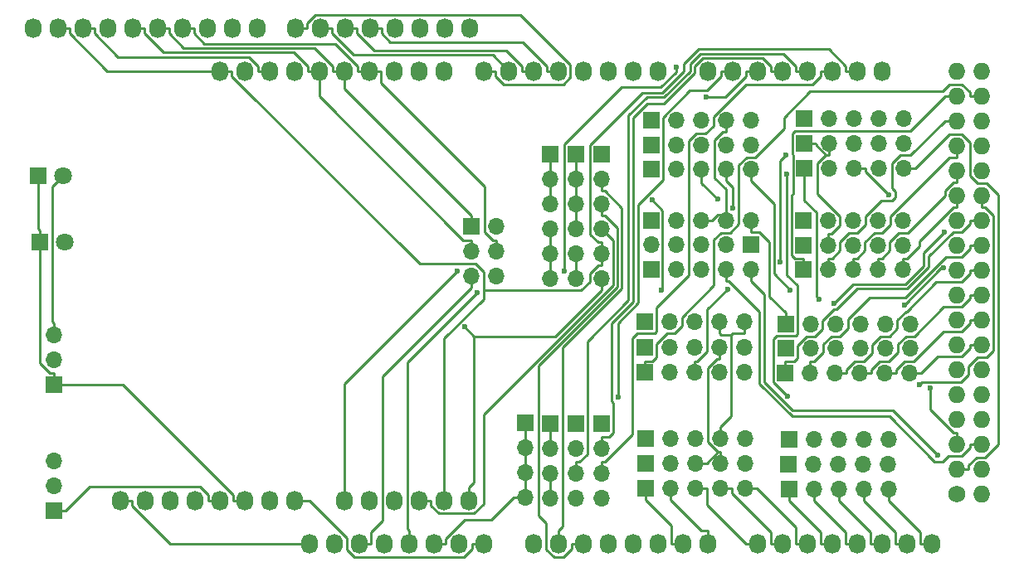
<source format=gbr>
G04 #@! TF.FileFunction,Copper,L2,Bot,Signal*
%FSLAX46Y46*%
G04 Gerber Fmt 4.6, Leading zero omitted, Abs format (unit mm)*
G04 Created by KiCad (PCBNEW 4.0.6) date 07/22/17 16:53:04*
%MOMM*%
%LPD*%
G01*
G04 APERTURE LIST*
%ADD10C,0.100000*%
%ADD11C,1.727200*%
%ADD12O,1.727200X1.727200*%
%ADD13O,1.727200X2.032000*%
%ADD14R,1.700000X1.700000*%
%ADD15O,1.700000X1.700000*%
%ADD16R,1.800000X1.800000*%
%ADD17C,1.800000*%
%ADD18C,0.600000*%
%ADD19C,0.250000*%
G04 APERTURE END LIST*
D10*
D11*
X197358000Y-114046000D03*
D12*
X199898000Y-114046000D03*
X197358000Y-111506000D03*
X199898000Y-111506000D03*
X197358000Y-108966000D03*
X199898000Y-108966000D03*
X197358000Y-106426000D03*
X199898000Y-106426000D03*
X197358000Y-103886000D03*
X199898000Y-103886000D03*
X197358000Y-101346000D03*
X199898000Y-101346000D03*
X197358000Y-98806000D03*
X199898000Y-98806000D03*
X197358000Y-96266000D03*
X199898000Y-96266000D03*
X197358000Y-93726000D03*
X199898000Y-93726000D03*
X197358000Y-91186000D03*
X199898000Y-91186000D03*
X197358000Y-88646000D03*
X199898000Y-88646000D03*
X197358000Y-86106000D03*
X199898000Y-86106000D03*
X197358000Y-83566000D03*
X199898000Y-83566000D03*
X197358000Y-81026000D03*
X199898000Y-81026000D03*
X197358000Y-78486000D03*
X199898000Y-78486000D03*
X197358000Y-75946000D03*
X199898000Y-75946000D03*
X197358000Y-73406000D03*
X199898000Y-73406000D03*
X197358000Y-70866000D03*
X199898000Y-70866000D03*
D13*
X131318000Y-119126000D03*
X133858000Y-119126000D03*
X136398000Y-119126000D03*
X138938000Y-119126000D03*
X141478000Y-119126000D03*
X144018000Y-119126000D03*
X146558000Y-119126000D03*
X149098000Y-119126000D03*
X154178000Y-119126000D03*
X156718000Y-119126000D03*
X159258000Y-119126000D03*
X161798000Y-119126000D03*
X164338000Y-119126000D03*
X166878000Y-119126000D03*
X169418000Y-119126000D03*
X171958000Y-119126000D03*
X177038000Y-119126000D03*
X179578000Y-119126000D03*
X182118000Y-119126000D03*
X184658000Y-119126000D03*
X187198000Y-119126000D03*
X189738000Y-119126000D03*
X192278000Y-119126000D03*
X194818000Y-119126000D03*
X122174000Y-70866000D03*
X124714000Y-70866000D03*
X127254000Y-70866000D03*
X129794000Y-70866000D03*
X132334000Y-70866000D03*
X134874000Y-70866000D03*
X137414000Y-70866000D03*
X139954000Y-70866000D03*
X142494000Y-70866000D03*
X145034000Y-70866000D03*
X149098000Y-70866000D03*
X151638000Y-70866000D03*
X154178000Y-70866000D03*
X156718000Y-70866000D03*
X159258000Y-70866000D03*
X161798000Y-70866000D03*
X164338000Y-70866000D03*
X166878000Y-70866000D03*
X171958000Y-70866000D03*
X174498000Y-70866000D03*
X177038000Y-70866000D03*
X179578000Y-70866000D03*
X182118000Y-70866000D03*
X184658000Y-70866000D03*
X187198000Y-70866000D03*
X189738000Y-70866000D03*
X112020000Y-114700000D03*
X114560000Y-114700000D03*
X117100000Y-114700000D03*
X119640000Y-114700000D03*
X122180000Y-114700000D03*
X124720000Y-114700000D03*
X127260000Y-114700000D03*
X129800000Y-114700000D03*
X134900000Y-114700000D03*
X137440000Y-114700000D03*
X139980000Y-114700000D03*
X142520000Y-114700000D03*
X145060000Y-114700000D03*
X147600000Y-114700000D03*
X103080000Y-66500000D03*
X105620000Y-66500000D03*
X108160000Y-66500000D03*
X110700000Y-66500000D03*
X113240000Y-66500000D03*
X115780000Y-66500000D03*
X118320000Y-66500000D03*
X120860000Y-66500000D03*
X123400000Y-66500000D03*
X125940000Y-66500000D03*
X129860000Y-66500000D03*
X132400000Y-66500000D03*
X134940000Y-66500000D03*
X137480000Y-66500000D03*
X140020000Y-66500000D03*
X142560000Y-66500000D03*
X145100000Y-66500000D03*
X147640000Y-66500000D03*
D14*
X165610000Y-113450000D03*
D15*
X168150000Y-113450000D03*
X170690000Y-113450000D03*
X173230000Y-113450000D03*
X175770000Y-113450000D03*
D14*
X180210000Y-113550000D03*
D15*
X182750000Y-113550000D03*
X185290000Y-113550000D03*
X187830000Y-113550000D03*
X190370000Y-113550000D03*
D14*
X165480000Y-101650000D03*
D15*
X168020000Y-101650000D03*
X170560000Y-101650000D03*
X173100000Y-101650000D03*
X175640000Y-101650000D03*
D14*
X179860000Y-101700000D03*
D15*
X182400000Y-101700000D03*
X184940000Y-101700000D03*
X187480000Y-101700000D03*
X190020000Y-101700000D03*
X192560000Y-101700000D03*
D14*
X166150000Y-91100000D03*
D15*
X168690000Y-91100000D03*
X171230000Y-91100000D03*
X173770000Y-91100000D03*
X176310000Y-91100000D03*
D14*
X181720000Y-91150000D03*
D15*
X184260000Y-91150000D03*
X186800000Y-91150000D03*
X189340000Y-91150000D03*
X191880000Y-91150000D03*
D14*
X166200000Y-80900000D03*
D15*
X168740000Y-80900000D03*
X171280000Y-80900000D03*
X173820000Y-80900000D03*
X176360000Y-80900000D03*
D14*
X181810000Y-80750000D03*
D15*
X184350000Y-80750000D03*
X186890000Y-80750000D03*
X189430000Y-80750000D03*
X191970000Y-80750000D03*
D14*
X165590000Y-110950000D03*
D15*
X168130000Y-110950000D03*
X170670000Y-110950000D03*
X173210000Y-110950000D03*
X175750000Y-110950000D03*
D14*
X180190000Y-111050000D03*
D15*
X182730000Y-111050000D03*
X185270000Y-111050000D03*
X187810000Y-111050000D03*
X190350000Y-111050000D03*
D14*
X165520000Y-99050000D03*
D15*
X168060000Y-99050000D03*
X170600000Y-99050000D03*
X173140000Y-99050000D03*
X175680000Y-99050000D03*
D14*
X179880000Y-99200000D03*
D15*
X182420000Y-99200000D03*
X184960000Y-99200000D03*
X187500000Y-99200000D03*
X190040000Y-99200000D03*
X192580000Y-99200000D03*
D14*
X176310000Y-88600000D03*
D15*
X173770000Y-88600000D03*
X171230000Y-88600000D03*
X168690000Y-88600000D03*
X166150000Y-88600000D03*
D14*
X181700000Y-88650000D03*
D15*
X184240000Y-88650000D03*
X186780000Y-88650000D03*
X189320000Y-88650000D03*
X191860000Y-88650000D03*
D14*
X181750000Y-78250000D03*
D15*
X184290000Y-78250000D03*
X186830000Y-78250000D03*
X189370000Y-78250000D03*
X191910000Y-78250000D03*
D14*
X166200000Y-78400000D03*
D15*
X168740000Y-78400000D03*
X171280000Y-78400000D03*
X173820000Y-78400000D03*
X176360000Y-78400000D03*
D14*
X165610000Y-108350000D03*
D15*
X168150000Y-108350000D03*
X170690000Y-108350000D03*
X173230000Y-108350000D03*
X175770000Y-108350000D03*
D14*
X180250000Y-108450000D03*
D15*
X182790000Y-108450000D03*
X185330000Y-108450000D03*
X187870000Y-108450000D03*
X190410000Y-108450000D03*
D14*
X165520000Y-96450000D03*
D15*
X168060000Y-96450000D03*
X170600000Y-96450000D03*
X173140000Y-96450000D03*
X175680000Y-96450000D03*
D14*
X179880000Y-96700000D03*
D15*
X182420000Y-96700000D03*
X184960000Y-96700000D03*
X187500000Y-96700000D03*
X190040000Y-96700000D03*
X192580000Y-96700000D03*
D14*
X166150000Y-86100000D03*
D15*
X168690000Y-86100000D03*
X171230000Y-86100000D03*
X173770000Y-86100000D03*
X176310000Y-86100000D03*
D14*
X181700000Y-86150000D03*
D15*
X184240000Y-86150000D03*
X186780000Y-86150000D03*
X189320000Y-86150000D03*
X191860000Y-86150000D03*
D14*
X181750000Y-75750000D03*
D15*
X184290000Y-75750000D03*
X186830000Y-75750000D03*
X189370000Y-75750000D03*
X191910000Y-75750000D03*
D14*
X166200000Y-75900000D03*
D15*
X168740000Y-75900000D03*
X171280000Y-75900000D03*
X173820000Y-75900000D03*
X176360000Y-75900000D03*
D14*
X105200000Y-115790000D03*
D15*
X105200000Y-113250000D03*
X105200000Y-110710000D03*
D14*
X105200000Y-102900000D03*
D15*
X105200000Y-100360000D03*
X105200000Y-97820000D03*
D14*
X147810000Y-86750000D03*
D15*
X150350000Y-86750000D03*
X147810000Y-89290000D03*
X150350000Y-89290000D03*
X147810000Y-91830000D03*
X150350000Y-91830000D03*
D14*
X153284000Y-106804000D03*
D15*
X153284000Y-109344000D03*
X153284000Y-111884000D03*
X153284000Y-114424000D03*
D14*
X155884000Y-106844000D03*
D15*
X155884000Y-109384000D03*
X155884000Y-111924000D03*
X155884000Y-114464000D03*
D14*
X158484000Y-106864000D03*
D15*
X158484000Y-109404000D03*
X158484000Y-111944000D03*
X158484000Y-114484000D03*
D14*
X161084000Y-106844000D03*
D15*
X161084000Y-109384000D03*
X161084000Y-111924000D03*
X161084000Y-114464000D03*
D14*
X161100000Y-79380000D03*
D15*
X161100000Y-81920000D03*
X161100000Y-84460000D03*
X161100000Y-87000000D03*
X161100000Y-89540000D03*
X161100000Y-92080000D03*
D14*
X158500000Y-79380000D03*
D15*
X158500000Y-81920000D03*
X158500000Y-84460000D03*
X158500000Y-87000000D03*
X158500000Y-89540000D03*
X158500000Y-92080000D03*
D14*
X155900000Y-79350000D03*
D15*
X155900000Y-81890000D03*
X155900000Y-84430000D03*
X155900000Y-86970000D03*
X155900000Y-89510000D03*
X155900000Y-92050000D03*
D16*
X103600000Y-81550000D03*
D17*
X106140000Y-81550000D03*
D16*
X103760000Y-88350000D03*
D17*
X106300000Y-88350000D03*
D18*
X172952900Y-83962300D03*
X195419900Y-110115200D03*
X148419500Y-93504400D03*
X146401300Y-91295300D03*
X147121400Y-96992800D03*
X167224900Y-93234200D03*
X166235700Y-84019300D03*
X179937800Y-79425400D03*
X179346400Y-90325900D03*
X173945500Y-93109200D03*
X184792200Y-94559800D03*
X196050400Y-87295000D03*
X193519100Y-102891200D03*
X174453600Y-84871200D03*
X180357800Y-93209000D03*
X183263200Y-94124100D03*
X180007800Y-81368900D03*
X180055400Y-104104900D03*
X190430200Y-83457200D03*
X195970000Y-90978700D03*
X192029000Y-94731200D03*
X194616900Y-103248600D03*
X157324600Y-91305400D03*
X168710000Y-70425500D03*
X162772400Y-104196900D03*
X171753100Y-73486000D03*
D19*
X105200000Y-102900000D02*
X105200000Y-101724700D01*
X155900000Y-89510000D02*
X155900000Y-86970000D01*
X155900000Y-84430000D02*
X155900000Y-81890000D01*
X155900000Y-81890000D02*
X155900000Y-79350000D01*
X153284000Y-114424000D02*
X153284000Y-111884000D01*
X104832700Y-101724700D02*
X105200000Y-101724700D01*
X103760000Y-100652000D02*
X104832700Y-101724700D01*
X103760000Y-88350000D02*
X103760000Y-100652000D01*
X103600000Y-86964700D02*
X103600000Y-81550000D01*
X103760000Y-87124700D02*
X103600000Y-86964700D01*
X103760000Y-88350000D02*
X103760000Y-87124700D01*
X112251200Y-102900000D02*
X105200000Y-102900000D01*
X123531100Y-114179900D02*
X112251200Y-102900000D01*
X123531100Y-114700000D02*
X123531100Y-114179900D01*
X124720000Y-114700000D02*
X123531100Y-114700000D01*
X173230000Y-108350000D02*
X173230000Y-107174700D01*
X173140000Y-96450000D02*
X173140000Y-97625300D01*
X173452600Y-77075300D02*
X173820000Y-77075300D01*
X172644700Y-77883200D02*
X173452600Y-77075300D01*
X172644700Y-81762500D02*
X172644700Y-77883200D01*
X173770000Y-82887800D02*
X172644700Y-81762500D01*
X173770000Y-84924700D02*
X173770000Y-82887800D01*
X173820000Y-75900000D02*
X173820000Y-77075300D01*
X173770000Y-86100000D02*
X173770000Y-85512300D01*
X173770000Y-85512300D02*
X173770000Y-84924700D01*
X172993000Y-85512300D02*
X172405300Y-86100000D01*
X173770000Y-85512300D02*
X172993000Y-85512300D01*
X171230000Y-86100000D02*
X172405300Y-86100000D01*
X153284000Y-109344000D02*
X153284000Y-106804000D01*
X177191500Y-87275300D02*
X176310000Y-87275300D01*
X178234500Y-88318300D02*
X177191500Y-87275300D01*
X178234500Y-93879200D02*
X178234500Y-88318300D01*
X179880000Y-95524700D02*
X178234500Y-93879200D01*
X179880000Y-96700000D02*
X179880000Y-95524700D01*
X176310000Y-86100000D02*
X176310000Y-87275300D01*
X173329400Y-97814700D02*
X173140000Y-97625300D01*
X174315300Y-97814700D02*
X173329400Y-97814700D01*
X174504700Y-97625300D02*
X174315300Y-97814700D01*
X175680000Y-97625300D02*
X174504700Y-97625300D01*
X174315300Y-106089400D02*
X173230000Y-107174700D01*
X174315300Y-97814700D02*
X174315300Y-106089400D01*
X175680000Y-96450000D02*
X175680000Y-97625300D01*
X153284000Y-111884000D02*
X153284000Y-109344000D01*
X155900000Y-92050000D02*
X155900000Y-89510000D01*
X149837300Y-116695400D02*
X152108700Y-114424000D01*
X147117400Y-116695400D02*
X149837300Y-116695400D01*
X145206900Y-118605900D02*
X147117400Y-116695400D01*
X145206900Y-119126000D02*
X145206900Y-118605900D01*
X144018000Y-119126000D02*
X145206900Y-119126000D01*
X153284000Y-114424000D02*
X152108700Y-114424000D01*
X171280000Y-82289400D02*
X172952900Y-83962300D01*
X171280000Y-80900000D02*
X171280000Y-82289400D01*
X191880000Y-91150000D02*
X191880000Y-89974700D01*
X197358000Y-83566000D02*
X197358000Y-84754900D01*
X197008000Y-84754900D02*
X197358000Y-84754900D01*
X193497500Y-88265400D02*
X197008000Y-84754900D01*
X193497500Y-88724600D02*
X193497500Y-88265400D01*
X192247400Y-89974700D02*
X193497500Y-88724600D01*
X191880000Y-89974700D02*
X192247400Y-89974700D01*
X187167400Y-89974700D02*
X186800000Y-89974700D01*
X187975300Y-89166800D02*
X187167400Y-89974700D01*
X187975300Y-88331500D02*
X187975300Y-89166800D01*
X188930600Y-87376200D02*
X187975300Y-88331500D01*
X189758000Y-87376200D02*
X188930600Y-87376200D01*
X190590000Y-86544200D02*
X189758000Y-87376200D01*
X190590000Y-85699800D02*
X190590000Y-86544200D01*
X196614900Y-79674900D02*
X190590000Y-85699800D01*
X197358000Y-79674900D02*
X196614900Y-79674900D01*
X197358000Y-78486000D02*
X197358000Y-79674900D01*
X186800000Y-91150000D02*
X186800000Y-89974700D01*
X196986400Y-82214900D02*
X197358000Y-82214900D01*
X196169100Y-83032200D02*
X196986400Y-82214900D01*
X196169100Y-83585200D02*
X196169100Y-83032200D01*
X192354300Y-87400000D02*
X196169100Y-83585200D01*
X191431300Y-87400000D02*
X192354300Y-87400000D01*
X190515300Y-88316000D02*
X191431300Y-87400000D01*
X190515300Y-89166800D02*
X190515300Y-88316000D01*
X189707400Y-89974700D02*
X190515300Y-89166800D01*
X189340000Y-89974700D02*
X189707400Y-89974700D01*
X189340000Y-91150000D02*
X189340000Y-89974700D01*
X197358000Y-81026000D02*
X197358000Y-82214900D01*
X184260000Y-91150000D02*
X184260000Y-89974700D01*
X197358000Y-75946000D02*
X196169100Y-75946000D01*
X192645100Y-79470000D02*
X196169100Y-75946000D01*
X191550300Y-79470000D02*
X192645100Y-79470000D01*
X190774600Y-80245700D02*
X191550300Y-79470000D01*
X190774600Y-82857900D02*
X190774600Y-80245700D01*
X191114800Y-83198100D02*
X190774600Y-82857900D01*
X191114800Y-83716300D02*
X191114800Y-83198100D01*
X190748600Y-84082500D02*
X191114800Y-83716300D01*
X189665300Y-84082500D02*
X190748600Y-84082500D01*
X188050000Y-85697800D02*
X189665300Y-84082500D01*
X188050000Y-86570900D02*
X188050000Y-85697800D01*
X187220900Y-87400000D02*
X188050000Y-86570900D01*
X186314800Y-87400000D02*
X187220900Y-87400000D01*
X185415400Y-88299400D02*
X186314800Y-87400000D01*
X185415400Y-89174200D02*
X185415400Y-88299400D01*
X184614900Y-89974700D02*
X185415400Y-89174200D01*
X184260000Y-89974700D02*
X184614900Y-89974700D01*
X176310000Y-91100000D02*
X176310000Y-92275300D01*
X177671800Y-93637100D02*
X176310000Y-92275300D01*
X177671800Y-102605600D02*
X177671800Y-93637100D01*
X180612600Y-105546400D02*
X177671800Y-102605600D01*
X190851100Y-105546400D02*
X180612600Y-105546400D01*
X195419900Y-110115200D02*
X190851100Y-105546400D01*
X192575100Y-77000000D02*
X196169100Y-73406000D01*
X180828400Y-77000000D02*
X192575100Y-77000000D01*
X180574600Y-77253800D02*
X180828400Y-77000000D01*
X180574600Y-79351200D02*
X180574600Y-77253800D01*
X180634000Y-79410600D02*
X180574600Y-79351200D01*
X180634000Y-83409300D02*
X180634000Y-79410600D01*
X180524600Y-83518700D02*
X180634000Y-83409300D01*
X180524600Y-89660800D02*
X180524600Y-83518700D01*
X180838500Y-89974700D02*
X180524600Y-89660800D01*
X181720000Y-89974700D02*
X180838500Y-89974700D01*
X181720000Y-91150000D02*
X181720000Y-89974700D01*
X197358000Y-73406000D02*
X196169100Y-73406000D01*
X198709100Y-109337600D02*
X198709100Y-108966000D01*
X197891800Y-110154900D02*
X198709100Y-109337600D01*
X196518800Y-110154900D02*
X197891800Y-110154900D01*
X195931400Y-110742300D02*
X196518800Y-110154900D01*
X195081300Y-110742300D02*
X195931400Y-110742300D01*
X190463000Y-106124000D02*
X195081300Y-110742300D01*
X180553300Y-106124000D02*
X190463000Y-106124000D01*
X177197800Y-102768500D02*
X180553300Y-106124000D01*
X177197800Y-95409300D02*
X177197800Y-102768500D01*
X174063800Y-92275300D02*
X177197800Y-95409300D01*
X173770000Y-92275300D02*
X174063800Y-92275300D01*
X173770000Y-91100000D02*
X173770000Y-92275300D01*
X199898000Y-108966000D02*
X198709100Y-108966000D01*
X141478000Y-119126000D02*
X141478000Y-117784700D01*
X141307000Y-100616900D02*
X148419500Y-93504400D01*
X141307000Y-117613700D02*
X141307000Y-100616900D01*
X141478000Y-117784700D02*
X141307000Y-117613700D01*
X108853700Y-113311600D02*
X106375300Y-115790000D01*
X120122800Y-113311600D02*
X108853700Y-113311600D01*
X120991100Y-114179900D02*
X120122800Y-113311600D01*
X120991100Y-114700000D02*
X120991100Y-114179900D01*
X122180000Y-114700000D02*
X120991100Y-114700000D01*
X105200000Y-115790000D02*
X106375300Y-115790000D01*
X137586900Y-117937100D02*
X137586900Y-119126000D01*
X138791000Y-116733000D02*
X137586900Y-117937100D01*
X138791000Y-102024300D02*
X138791000Y-116733000D01*
X147810000Y-93005300D02*
X138791000Y-102024300D01*
X147810000Y-91830000D02*
X147810000Y-93005300D01*
X136398000Y-119126000D02*
X137586900Y-119126000D01*
X147909100Y-119646100D02*
X147909100Y-119126000D01*
X147075300Y-120479900D02*
X147909100Y-119646100D01*
X135908600Y-120479900D02*
X147075300Y-120479900D01*
X135128000Y-119699300D02*
X135908600Y-120479900D01*
X135128000Y-118559000D02*
X135128000Y-119699300D01*
X131269000Y-114700000D02*
X135128000Y-118559000D01*
X129800000Y-114700000D02*
X131269000Y-114700000D01*
X149098000Y-119126000D02*
X147909100Y-119126000D01*
X134900000Y-102796600D02*
X134900000Y-114700000D01*
X146401300Y-91295300D02*
X134900000Y-102796600D01*
X161100000Y-81920000D02*
X161100000Y-83095300D01*
X156718000Y-119126000D02*
X156718000Y-117784700D01*
X161467300Y-83095300D02*
X161100000Y-83095300D01*
X163183300Y-84811300D02*
X161467300Y-83095300D01*
X163183300Y-93082700D02*
X163183300Y-84811300D01*
X157149300Y-99116700D02*
X163183300Y-93082700D01*
X157149300Y-117353400D02*
X157149300Y-99116700D01*
X156718000Y-117784700D02*
X157149300Y-117353400D01*
X161100000Y-84460000D02*
X161100000Y-85635300D01*
X159258000Y-119126000D02*
X158069100Y-119126000D01*
X161467300Y-85635300D02*
X161100000Y-85635300D01*
X162733000Y-86901000D02*
X161467300Y-85635300D01*
X162733000Y-92896100D02*
X162733000Y-86901000D01*
X154662600Y-100966500D02*
X162733000Y-92896100D01*
X154662600Y-116246200D02*
X154662600Y-100966500D01*
X155448000Y-117031600D02*
X154662600Y-116246200D01*
X155448000Y-119706600D02*
X155448000Y-117031600D01*
X156245600Y-120504200D02*
X155448000Y-119706600D01*
X157211000Y-120504200D02*
X156245600Y-120504200D01*
X158069100Y-119646100D02*
X157211000Y-120504200D01*
X158069100Y-119126000D02*
X158069100Y-119646100D01*
X143708900Y-115220100D02*
X143708900Y-114700000D01*
X144530200Y-116041400D02*
X143708900Y-115220100D01*
X148107800Y-116041400D02*
X144530200Y-116041400D01*
X149097000Y-115052200D02*
X148107800Y-116041400D01*
X149097000Y-105895200D02*
X149097000Y-115052200D01*
X162282700Y-92709500D02*
X149097000Y-105895200D01*
X162282700Y-88182700D02*
X162282700Y-92709500D01*
X161100000Y-87000000D02*
X162282700Y-88182700D01*
X142520000Y-114700000D02*
X143708900Y-114700000D01*
X168229100Y-117244400D02*
X168229100Y-119126000D01*
X165610000Y-114625300D02*
X168229100Y-117244400D01*
X169418000Y-119126000D02*
X168229100Y-119126000D01*
X165610000Y-113450000D02*
X165610000Y-114625300D01*
X171309400Y-117784700D02*
X171958000Y-117784700D01*
X168150000Y-114625300D02*
X171309400Y-117784700D01*
X168150000Y-113450000D02*
X168150000Y-114625300D01*
X171958000Y-119126000D02*
X171958000Y-117784700D01*
X171865300Y-115142200D02*
X175849100Y-119126000D01*
X171865300Y-113450000D02*
X171865300Y-115142200D01*
X170690000Y-113450000D02*
X171865300Y-113450000D01*
X177038000Y-119126000D02*
X175849100Y-119126000D01*
X178389100Y-117937100D02*
X178389100Y-119126000D01*
X174405300Y-113953300D02*
X178389100Y-117937100D01*
X174405300Y-113450000D02*
X174405300Y-113953300D01*
X173230000Y-113450000D02*
X174405300Y-113450000D01*
X179578000Y-119126000D02*
X178389100Y-119126000D01*
X180929100Y-117433800D02*
X180929100Y-119126000D01*
X176945300Y-113450000D02*
X180929100Y-117433800D01*
X175770000Y-113450000D02*
X176945300Y-113450000D01*
X182118000Y-119126000D02*
X180929100Y-119126000D01*
X183469100Y-117984400D02*
X183469100Y-119126000D01*
X180210000Y-114725300D02*
X183469100Y-117984400D01*
X180210000Y-113550000D02*
X180210000Y-114725300D01*
X184658000Y-119126000D02*
X183469100Y-119126000D01*
X186009100Y-117984400D02*
X186009100Y-119126000D01*
X182750000Y-114725300D02*
X186009100Y-117984400D01*
X182750000Y-113550000D02*
X182750000Y-114725300D01*
X187198000Y-119126000D02*
X186009100Y-119126000D01*
X188549100Y-117984400D02*
X188549100Y-119126000D01*
X185290000Y-114725300D02*
X188549100Y-117984400D01*
X185290000Y-113550000D02*
X185290000Y-114725300D01*
X189738000Y-119126000D02*
X188549100Y-119126000D01*
X191089100Y-117984400D02*
X191089100Y-119126000D01*
X187830000Y-114725300D02*
X191089100Y-117984400D01*
X187830000Y-113550000D02*
X187830000Y-114725300D01*
X192278000Y-119126000D02*
X191089100Y-119126000D01*
X193629100Y-117984400D02*
X193629100Y-119126000D01*
X190370000Y-114725300D02*
X193629100Y-117984400D01*
X190370000Y-113550000D02*
X190370000Y-114725300D01*
X194818000Y-119126000D02*
X193629100Y-119126000D01*
X126065100Y-70345900D02*
X126065100Y-70866000D01*
X125130700Y-69411500D02*
X126065100Y-70345900D01*
X111740300Y-69411500D02*
X125130700Y-69411500D01*
X109348900Y-67020100D02*
X111740300Y-69411500D01*
X109348900Y-66500000D02*
X109348900Y-67020100D01*
X108160000Y-66500000D02*
X109348900Y-66500000D01*
X127254000Y-70866000D02*
X126065100Y-70866000D01*
X150286900Y-71386100D02*
X150286900Y-70866000D01*
X151113600Y-72212800D02*
X150286900Y-71386100D01*
X157205300Y-72212800D02*
X151113600Y-72212800D01*
X157931100Y-71487000D02*
X157205300Y-72212800D01*
X157931100Y-70231700D02*
X157931100Y-71487000D01*
X152819100Y-65119700D02*
X157931100Y-70231700D01*
X131909100Y-65119700D02*
X152819100Y-65119700D01*
X131048900Y-65979900D02*
X131909100Y-65119700D01*
X131048900Y-66500000D02*
X131048900Y-65979900D01*
X129860000Y-66500000D02*
X131048900Y-66500000D01*
X149098000Y-70866000D02*
X150286900Y-70866000D01*
X149995000Y-69223000D02*
X151638000Y-70866000D01*
X135810700Y-69223000D02*
X149995000Y-69223000D01*
X133588900Y-67001200D02*
X135810700Y-69223000D01*
X133588900Y-66500000D02*
X133588900Y-67001200D01*
X132400000Y-66500000D02*
X133588900Y-66500000D01*
X152989100Y-70345900D02*
X152989100Y-70866000D01*
X151415800Y-68772600D02*
X152989100Y-70345900D01*
X137881400Y-68772600D02*
X151415800Y-68772600D01*
X136128900Y-67020100D02*
X137881400Y-68772600D01*
X136128900Y-66500000D02*
X136128900Y-67020100D01*
X134940000Y-66500000D02*
X136128900Y-66500000D01*
X154178000Y-70866000D02*
X152989100Y-70866000D01*
X155529100Y-70383200D02*
X155529100Y-70866000D01*
X153034800Y-67888900D02*
X155529100Y-70383200D01*
X139537700Y-67888900D02*
X153034800Y-67888900D01*
X138668900Y-67020100D02*
X139537700Y-67888900D01*
X138668900Y-66500000D02*
X138668900Y-67020100D01*
X137480000Y-66500000D02*
X138668900Y-66500000D01*
X156718000Y-70866000D02*
X155529100Y-70866000D01*
X117114800Y-119126000D02*
X131318000Y-119126000D01*
X113208900Y-115220100D02*
X117114800Y-119126000D01*
X113208900Y-114700000D02*
X113208900Y-115220100D01*
X112020000Y-114700000D02*
X113208900Y-114700000D01*
X105620000Y-66500000D02*
X106808900Y-66500000D01*
X110654800Y-70866000D02*
X122174000Y-70866000D01*
X106808900Y-67020100D02*
X110654800Y-70866000D01*
X106808900Y-66500000D02*
X106808900Y-67020100D01*
X122174000Y-70866000D02*
X123362900Y-70866000D01*
X187198000Y-70866000D02*
X186009100Y-70866000D01*
X160732600Y-88364700D02*
X161100000Y-88364700D01*
X159924700Y-87556800D02*
X160732600Y-88364700D01*
X159924700Y-78390200D02*
X159924700Y-87556800D01*
X165251500Y-73063400D02*
X159924700Y-78390200D01*
X167304000Y-73063400D02*
X165251500Y-73063400D01*
X169521600Y-70845800D02*
X167304000Y-73063400D01*
X169521600Y-70129100D02*
X169521600Y-70845800D01*
X171031300Y-68619400D02*
X169521600Y-70129100D01*
X184282600Y-68619400D02*
X171031300Y-68619400D01*
X186009100Y-70345900D02*
X184282600Y-68619400D01*
X186009100Y-70866000D02*
X186009100Y-70345900D01*
X161100000Y-89540000D02*
X161100000Y-88364700D01*
X161100000Y-89540000D02*
X161100000Y-90715300D01*
X160732600Y-90715300D02*
X161100000Y-90715300D01*
X159924700Y-91523200D02*
X160732600Y-90715300D01*
X159924700Y-92363100D02*
X159924700Y-91523200D01*
X159013000Y-93274800D02*
X159924700Y-92363100D01*
X149080000Y-93274800D02*
X159013000Y-93274800D01*
X149080000Y-91399100D02*
X149080000Y-93274800D01*
X148240900Y-90560000D02*
X149080000Y-91399100D01*
X142536800Y-90560000D02*
X148240900Y-90560000D01*
X123362900Y-71386100D02*
X142536800Y-90560000D01*
X123362900Y-70866000D02*
X123362900Y-71386100D01*
X145060000Y-98147300D02*
X145060000Y-114700000D01*
X149080000Y-94127300D02*
X145060000Y-98147300D01*
X149080000Y-93274800D02*
X149080000Y-94127300D01*
X161100000Y-92080000D02*
X161100000Y-93255300D01*
X148072800Y-112885900D02*
X147600000Y-113358700D01*
X148072800Y-97944200D02*
X148072800Y-112885900D01*
X156411100Y-97944200D02*
X148072800Y-97944200D01*
X161100000Y-93255300D02*
X156411100Y-97944200D01*
X147600000Y-114700000D02*
X147600000Y-113358700D01*
X148072800Y-97944200D02*
X147121400Y-96992800D01*
X132334000Y-73446700D02*
X132334000Y-70866000D01*
X147002000Y-88114700D02*
X132334000Y-73446700D01*
X147810000Y-88114700D02*
X147002000Y-88114700D01*
X147810000Y-89290000D02*
X147810000Y-88114700D01*
X113240000Y-66500000D02*
X114428900Y-66500000D01*
X132334000Y-70866000D02*
X131145100Y-70866000D01*
X131145100Y-70383200D02*
X131145100Y-70866000D01*
X129723000Y-68961100D02*
X131145100Y-70383200D01*
X116369900Y-68961100D02*
X129723000Y-68961100D01*
X114428900Y-67020100D02*
X116369900Y-68961100D01*
X114428900Y-66500000D02*
X114428900Y-67020100D01*
X115780000Y-66500000D02*
X116968900Y-66500000D01*
X134874000Y-70866000D02*
X133685100Y-70866000D01*
X133685100Y-70345900D02*
X133685100Y-70866000D01*
X131849900Y-68510700D02*
X133685100Y-70345900D01*
X118459500Y-68510700D02*
X131849900Y-68510700D01*
X116968900Y-67020100D02*
X118459500Y-68510700D01*
X116968900Y-66500000D02*
X116968900Y-67020100D01*
X134874000Y-72638700D02*
X134874000Y-70866000D01*
X147810000Y-85574700D02*
X134874000Y-72638700D01*
X147810000Y-86750000D02*
X147810000Y-85574700D01*
X118320000Y-66500000D02*
X119508900Y-66500000D01*
X138602900Y-72054900D02*
X138602900Y-70866000D01*
X149174700Y-82626700D02*
X138602900Y-72054900D01*
X149174700Y-87306800D02*
X149174700Y-82626700D01*
X149982600Y-88114700D02*
X149174700Y-87306800D01*
X150350000Y-88114700D02*
X149982600Y-88114700D01*
X150350000Y-89290000D02*
X150350000Y-88114700D01*
X137414000Y-70866000D02*
X138602900Y-70866000D01*
X137414000Y-70866000D02*
X136225100Y-70866000D01*
X136225100Y-70345900D02*
X136225100Y-70866000D01*
X133939600Y-68060400D02*
X136225100Y-70345900D01*
X120549200Y-68060400D02*
X133939600Y-68060400D01*
X119508900Y-67020100D02*
X120549200Y-68060400D01*
X119508900Y-66500000D02*
X119508900Y-67020100D01*
X198709100Y-73034400D02*
X198709100Y-73406000D01*
X197891800Y-72217100D02*
X198709100Y-73034400D01*
X196619500Y-72217100D02*
X197891800Y-72217100D01*
X195881000Y-72955600D02*
X196619500Y-72217100D01*
X182369100Y-72955600D02*
X195881000Y-72955600D01*
X179726900Y-75597800D02*
X182369100Y-72955600D01*
X179726900Y-76739500D02*
X179726900Y-75597800D01*
X176816400Y-79650000D02*
X179726900Y-76739500D01*
X175921600Y-79650000D02*
X176816400Y-79650000D01*
X175090000Y-80481600D02*
X175921600Y-79650000D01*
X175090000Y-86470100D02*
X175090000Y-80481600D01*
X174210100Y-87350000D02*
X175090000Y-86470100D01*
X173331500Y-87350000D02*
X174210100Y-87350000D01*
X172574600Y-88106900D02*
X173331500Y-87350000D01*
X172574600Y-92743100D02*
X172574600Y-88106900D01*
X169330000Y-95987700D02*
X172574600Y-92743100D01*
X169330000Y-96896000D02*
X169330000Y-95987700D01*
X168570600Y-97655400D02*
X169330000Y-96896000D01*
X167791600Y-97655400D02*
X168570600Y-97655400D01*
X166695400Y-98751600D02*
X167791600Y-97655400D01*
X166695400Y-100067300D02*
X166695400Y-98751600D01*
X166288000Y-100474700D02*
X166695400Y-100067300D01*
X165480000Y-100474700D02*
X166288000Y-100474700D01*
X165480000Y-101650000D02*
X165480000Y-100474700D01*
X199898000Y-73406000D02*
X198709100Y-73406000D01*
X167325400Y-85109000D02*
X166235700Y-84019300D01*
X167325400Y-93133700D02*
X167325400Y-85109000D01*
X167224900Y-93234200D02*
X167325400Y-93133700D01*
X170853800Y-100474700D02*
X170560000Y-100474700D01*
X171870000Y-99458500D02*
X170853800Y-100474700D01*
X171870000Y-95184700D02*
X171870000Y-99458500D01*
X173945500Y-93109200D02*
X171870000Y-95184700D01*
X170560000Y-101650000D02*
X170560000Y-100474700D01*
X179346400Y-80016800D02*
X179937800Y-79425400D01*
X179346400Y-90325900D02*
X179346400Y-80016800D01*
X193947900Y-89397500D02*
X196050400Y-87295000D01*
X193947900Y-90761000D02*
X193947900Y-89397500D01*
X192084200Y-92624700D02*
X193947900Y-90761000D01*
X186727300Y-92624700D02*
X192084200Y-92624700D01*
X184792200Y-94559800D02*
X186727300Y-92624700D01*
X199898000Y-83566000D02*
X199898000Y-84754900D01*
X193794300Y-102616000D02*
X193519100Y-102891200D01*
X197789000Y-102616000D02*
X193794300Y-102616000D01*
X198547000Y-101858000D02*
X197789000Y-102616000D01*
X198547000Y-101014600D02*
X198547000Y-101858000D01*
X199485600Y-100076000D02*
X198547000Y-101014600D01*
X200386400Y-100076000D02*
X199485600Y-100076000D01*
X201086900Y-99375500D02*
X200386400Y-100076000D01*
X201086900Y-85572200D02*
X201086900Y-99375500D01*
X200269600Y-84754900D02*
X201086900Y-85572200D01*
X199898000Y-84754900D02*
X200269600Y-84754900D01*
X199898000Y-86106000D02*
X198709100Y-86106000D01*
X179860000Y-101700000D02*
X179860000Y-100524700D01*
X180741500Y-100524700D02*
X179860000Y-100524700D01*
X181055400Y-100210800D02*
X180741500Y-100524700D01*
X181055400Y-98892200D02*
X181055400Y-100210800D01*
X181997600Y-97950000D02*
X181055400Y-98892200D01*
X182858500Y-97950000D02*
X181997600Y-97950000D01*
X183615400Y-97193100D02*
X182858500Y-97950000D01*
X183615400Y-96375000D02*
X183615400Y-97193100D01*
X184805300Y-95185100D02*
X183615400Y-96375000D01*
X185068800Y-95185100D02*
X184805300Y-95185100D01*
X187178800Y-93075100D02*
X185068800Y-95185100D01*
X192270800Y-93075100D02*
X187178800Y-93075100D01*
X194512200Y-90833700D02*
X192270800Y-93075100D01*
X194512200Y-89768000D02*
X194512200Y-90833700D01*
X196985300Y-87294900D02*
X194512200Y-89768000D01*
X197891800Y-87294900D02*
X196985300Y-87294900D01*
X198709100Y-86477600D02*
X197891800Y-87294900D01*
X198709100Y-86106000D02*
X198709100Y-86477600D01*
X198709100Y-89017600D02*
X198709100Y-88646000D01*
X197891800Y-89834900D02*
X198709100Y-89017600D01*
X196229300Y-89834900D02*
X197891800Y-89834900D01*
X192089300Y-93974900D02*
X196229300Y-89834900D01*
X188478100Y-93974900D02*
X192089300Y-93974900D01*
X186230000Y-96223000D02*
X188478100Y-93974900D01*
X186230000Y-97120900D02*
X186230000Y-96223000D01*
X185400900Y-97950000D02*
X186230000Y-97120900D01*
X184537400Y-97950000D02*
X185400900Y-97950000D01*
X183721600Y-98765800D02*
X184537400Y-97950000D01*
X183721600Y-99570400D02*
X183721600Y-98765800D01*
X182767300Y-100524700D02*
X183721600Y-99570400D01*
X182400000Y-100524700D02*
X182767300Y-100524700D01*
X182400000Y-101700000D02*
X182400000Y-100524700D01*
X199898000Y-88646000D02*
X198709100Y-88646000D01*
X198709100Y-94097600D02*
X198709100Y-93726000D01*
X197891800Y-94914900D02*
X198709100Y-94097600D01*
X196032200Y-94914900D02*
X197891800Y-94914900D01*
X192997100Y-97950000D02*
X196032200Y-94914900D01*
X192153400Y-97950000D02*
X192997100Y-97950000D01*
X191333700Y-98769700D02*
X192153400Y-97950000D01*
X191333700Y-99602200D02*
X191333700Y-98769700D01*
X190411200Y-100524700D02*
X191333700Y-99602200D01*
X189463200Y-100524700D02*
X190411200Y-100524700D01*
X188655300Y-101332600D02*
X189463200Y-100524700D01*
X188655300Y-101700000D02*
X188655300Y-101332600D01*
X187480000Y-101700000D02*
X188655300Y-101700000D01*
X199898000Y-93726000D02*
X198709100Y-93726000D01*
X198709100Y-96637600D02*
X198709100Y-96266000D01*
X197891800Y-97454900D02*
X198709100Y-96637600D01*
X196021600Y-97454900D02*
X197891800Y-97454900D01*
X192951800Y-100524700D02*
X196021600Y-97454900D01*
X192003200Y-100524700D02*
X192951800Y-100524700D01*
X191195300Y-101332600D02*
X192003200Y-100524700D01*
X191195300Y-101700000D02*
X191195300Y-101332600D01*
X190020000Y-101700000D02*
X191195300Y-101700000D01*
X199898000Y-96266000D02*
X198709100Y-96266000D01*
X198709100Y-99177600D02*
X198709100Y-98806000D01*
X197891800Y-99994900D02*
X198709100Y-99177600D01*
X195440400Y-99994900D02*
X197891800Y-99994900D01*
X193735300Y-101700000D02*
X195440400Y-99994900D01*
X192560000Y-101700000D02*
X193735300Y-101700000D01*
X199898000Y-98806000D02*
X198709100Y-98806000D01*
X173820000Y-80900000D02*
X173820000Y-82075300D01*
X174453600Y-82708900D02*
X174453600Y-84871200D01*
X173820000Y-82075300D02*
X174453600Y-82708900D01*
X176360000Y-80900000D02*
X176360000Y-82075300D01*
X178684900Y-91536100D02*
X180357800Y-93209000D01*
X178684900Y-84400200D02*
X178684900Y-91536100D01*
X176360000Y-82075300D02*
X178684900Y-84400200D01*
X181810000Y-80750000D02*
X181810000Y-81925300D01*
X183019400Y-93880300D02*
X183263200Y-94124100D01*
X183019400Y-85309300D02*
X183019400Y-93880300D01*
X181810000Y-84099900D02*
X183019400Y-85309300D01*
X181810000Y-81925300D02*
X181810000Y-84099900D01*
X180007800Y-91701900D02*
X180007800Y-81368900D01*
X181055400Y-92749500D02*
X180007800Y-91701900D01*
X181055400Y-97742600D02*
X181055400Y-92749500D01*
X180922600Y-97875400D02*
X181055400Y-97742600D01*
X178981800Y-97875400D02*
X180922600Y-97875400D01*
X178608100Y-98249100D02*
X178981800Y-97875400D01*
X178608100Y-102657600D02*
X178608100Y-98249100D01*
X180055400Y-104104900D02*
X178608100Y-102657600D01*
X186890000Y-80750000D02*
X188065300Y-80750000D01*
X188065300Y-81092300D02*
X190430200Y-83457200D01*
X188065300Y-80750000D02*
X188065300Y-81092300D01*
X197358000Y-108966000D02*
X197358000Y-107777100D01*
X194616900Y-105407500D02*
X194616900Y-103248600D01*
X196986500Y-107777100D02*
X194616900Y-105407500D01*
X197358000Y-107777100D02*
X196986500Y-107777100D01*
X195781500Y-90978700D02*
X192029000Y-94731200D01*
X195970000Y-90978700D02*
X195781500Y-90978700D01*
X198546900Y-111134400D02*
X198546900Y-111506000D01*
X199364200Y-110317100D02*
X198546900Y-111134400D01*
X200232600Y-110317100D02*
X199364200Y-110317100D01*
X201585100Y-108964600D02*
X200232600Y-110317100D01*
X201585100Y-83509600D02*
X201585100Y-108964600D01*
X200371500Y-82296000D02*
X201585100Y-83509600D01*
X199464700Y-82296000D02*
X200371500Y-82296000D01*
X198709000Y-81540300D02*
X199464700Y-82296000D01*
X198709000Y-78135400D02*
X198709000Y-81540300D01*
X197870600Y-77297000D02*
X198709000Y-78135400D01*
X196598300Y-77297000D02*
X197870600Y-77297000D01*
X193145300Y-80750000D02*
X196598300Y-77297000D01*
X191970000Y-80750000D02*
X193145300Y-80750000D01*
X197358000Y-111506000D02*
X198546900Y-111506000D01*
X199898000Y-91186000D02*
X198709100Y-91186000D01*
X184940000Y-101700000D02*
X186115300Y-101700000D01*
X198709100Y-91557600D02*
X198709100Y-91186000D01*
X197891800Y-92374900D02*
X198709100Y-91557600D01*
X195269700Y-92374900D02*
X197891800Y-92374900D01*
X192238300Y-95406300D02*
X195269700Y-92374900D01*
X192149300Y-95406300D02*
X192238300Y-95406300D01*
X191278400Y-96277200D02*
X192149300Y-95406300D01*
X191278400Y-97134200D02*
X191278400Y-96277200D01*
X190462600Y-97950000D02*
X191278400Y-97134200D01*
X189599100Y-97950000D02*
X190462600Y-97950000D01*
X188706600Y-98842500D02*
X189599100Y-97950000D01*
X188706600Y-99704800D02*
X188706600Y-98842500D01*
X187886700Y-100524700D02*
X188706600Y-99704800D01*
X186923200Y-100524700D02*
X187886700Y-100524700D01*
X186115300Y-101332600D02*
X186923200Y-100524700D01*
X186115300Y-101700000D02*
X186115300Y-101332600D01*
X157324600Y-78366900D02*
X157324600Y-91305400D01*
X163178400Y-72513100D02*
X157324600Y-78366900D01*
X167138100Y-72513100D02*
X163178400Y-72513100D01*
X168710000Y-70941200D02*
X167138100Y-72513100D01*
X168710000Y-70425500D02*
X168710000Y-70941200D01*
X174498000Y-70866000D02*
X173309100Y-70866000D01*
X173309100Y-71386100D02*
X173309100Y-70866000D01*
X171834500Y-72860700D02*
X173309100Y-71386100D01*
X170101900Y-72860700D02*
X171834500Y-72860700D01*
X167375400Y-75587200D02*
X170101900Y-72860700D01*
X167375400Y-81956300D02*
X167375400Y-75587200D01*
X164860200Y-84471500D02*
X167375400Y-81956300D01*
X164860200Y-94526500D02*
X164860200Y-84471500D01*
X162772400Y-96614300D02*
X164860200Y-94526500D01*
X162772400Y-104196900D02*
X162772400Y-96614300D01*
X175849100Y-71375800D02*
X175849100Y-70866000D01*
X173738900Y-73486000D02*
X175849100Y-71375800D01*
X171753100Y-73486000D02*
X173738900Y-73486000D01*
X177038000Y-70866000D02*
X175849100Y-70866000D01*
X161084000Y-109384000D02*
X161084000Y-108208700D01*
X179578000Y-70866000D02*
X178389100Y-70866000D01*
X178389100Y-70345900D02*
X178389100Y-70866000D01*
X177563300Y-69520100D02*
X178389100Y-70345900D01*
X171404400Y-69520100D02*
X177563300Y-69520100D01*
X170581600Y-70342900D02*
X171404400Y-69520100D01*
X170581600Y-71064200D02*
X170581600Y-70342900D01*
X167456700Y-74189100D02*
X170581600Y-71064200D01*
X165747200Y-74189100D02*
X167456700Y-74189100D01*
X164299000Y-75637300D02*
X165747200Y-74189100D01*
X164299000Y-94450800D02*
X164299000Y-75637300D01*
X162141500Y-96608300D02*
X164299000Y-94450800D01*
X162141500Y-104553800D02*
X162141500Y-96608300D01*
X162305700Y-104718000D02*
X162141500Y-104553800D01*
X162305700Y-107795000D02*
X162305700Y-104718000D01*
X161892000Y-108208700D02*
X162305700Y-107795000D01*
X161084000Y-108208700D02*
X161892000Y-108208700D01*
X182118000Y-70866000D02*
X180929100Y-70866000D01*
X158484000Y-111944000D02*
X158484000Y-110768700D01*
X180929100Y-70345900D02*
X180929100Y-70866000D01*
X179652900Y-69069700D02*
X180929100Y-70345900D01*
X171217900Y-69069700D02*
X179652900Y-69069700D01*
X170131200Y-70156400D02*
X171217900Y-69069700D01*
X170131200Y-70873100D02*
X170131200Y-70156400D01*
X167490600Y-73513700D02*
X170131200Y-70873100D01*
X165731300Y-73513700D02*
X167490600Y-73513700D01*
X163848600Y-75396400D02*
X165731300Y-73513700D01*
X163848600Y-94264300D02*
X163848600Y-75396400D01*
X159659300Y-98453600D02*
X163848600Y-94264300D01*
X159659300Y-109960800D02*
X159659300Y-98453600D01*
X158851400Y-110768700D02*
X159659300Y-109960800D01*
X158484000Y-110768700D02*
X158851400Y-110768700D01*
X161451300Y-110748700D02*
X161084000Y-110748700D01*
X164254300Y-107945700D02*
X161451300Y-110748700D01*
X164254300Y-98152200D02*
X164254300Y-107945700D01*
X164781200Y-97625300D02*
X164254300Y-98152200D01*
X166504800Y-97625300D02*
X164781200Y-97625300D01*
X166695300Y-97434800D02*
X166504800Y-97625300D01*
X166695300Y-95034100D02*
X166695300Y-97434800D01*
X170010000Y-91719400D02*
X166695300Y-95034100D01*
X170010000Y-78001100D02*
X170010000Y-91719400D01*
X170786500Y-77224600D02*
X170010000Y-78001100D01*
X171722000Y-77224600D02*
X170786500Y-77224600D01*
X172513700Y-76432900D02*
X171722000Y-77224600D01*
X172513700Y-75520600D02*
X172513700Y-76432900D01*
X175827000Y-72207300D02*
X172513700Y-75520600D01*
X182610500Y-72207300D02*
X175827000Y-72207300D01*
X183469100Y-71348700D02*
X182610500Y-72207300D01*
X183469100Y-70866000D02*
X183469100Y-71348700D01*
X184658000Y-70866000D02*
X183469100Y-70866000D01*
X161084000Y-111924000D02*
X161084000Y-110748700D01*
X155884000Y-114464000D02*
X155884000Y-111924000D01*
X155884000Y-109384000D02*
X155884000Y-106844000D01*
X158500000Y-92080000D02*
X158500000Y-89540000D01*
X158500000Y-87000000D02*
X158500000Y-84460000D01*
X158500000Y-84460000D02*
X158500000Y-81920000D01*
X158500000Y-81920000D02*
X158500000Y-79380000D01*
X184290000Y-78250000D02*
X184290000Y-79425300D01*
X184240000Y-88650000D02*
X184240000Y-87474700D01*
X173210000Y-110950000D02*
X173210000Y-109774700D01*
X173140000Y-99050000D02*
X173140000Y-100225300D01*
X181750000Y-78250000D02*
X182925300Y-78250000D01*
X182925300Y-78354400D02*
X182925300Y-78250000D01*
X183996200Y-79425300D02*
X182925300Y-78354400D01*
X183996200Y-79425300D02*
X184290000Y-79425300D01*
X170670000Y-110950000D02*
X171845300Y-110950000D01*
X171845300Y-110919000D02*
X172989600Y-109774700D01*
X171845300Y-110950000D02*
X171845300Y-110919000D01*
X173210000Y-109774700D02*
X172989600Y-109774700D01*
X172851200Y-100225300D02*
X173140000Y-100225300D01*
X171924600Y-101151900D02*
X172851200Y-100225300D01*
X171924600Y-108709700D02*
X171924600Y-101151900D01*
X172989600Y-109774700D02*
X171924600Y-108709700D01*
X183122900Y-80298600D02*
X183996200Y-79425300D01*
X183122900Y-83370700D02*
X183122900Y-80298600D01*
X185415300Y-85663100D02*
X183122900Y-83370700D01*
X185415300Y-86636900D02*
X185415300Y-85663100D01*
X184577500Y-87474700D02*
X185415300Y-86636900D01*
X184240000Y-87474700D02*
X184577500Y-87474700D01*
X105039000Y-96483700D02*
X105200000Y-96644700D01*
X105039000Y-82651000D02*
X105039000Y-96483700D01*
X106140000Y-81550000D02*
X105039000Y-82651000D01*
X105200000Y-97820000D02*
X105200000Y-96644700D01*
M02*

</source>
